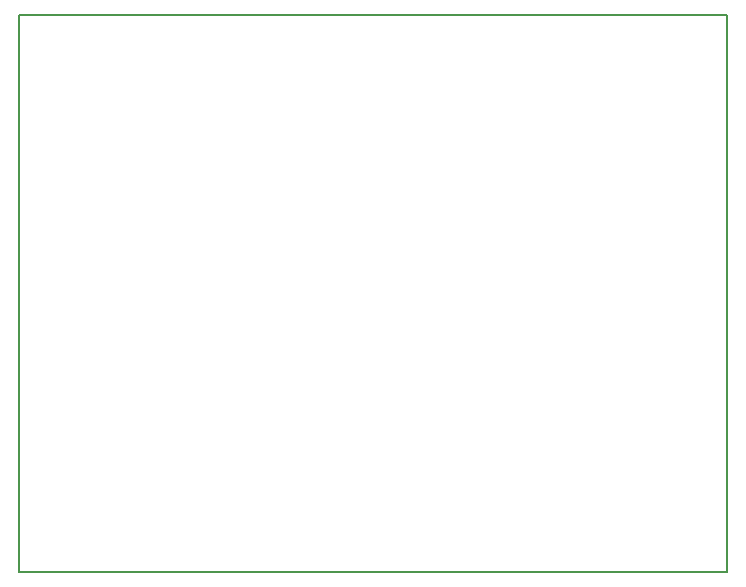
<source format=gbr>
G04 #@! TF.FileFunction,Profile,NP*
%FSLAX46Y46*%
G04 Gerber Fmt 4.6, Leading zero omitted, Abs format (unit mm)*
G04 Created by KiCad (PCBNEW 4.0.1-stable) date 23/05/2018 12:47:39*
%MOMM*%
G01*
G04 APERTURE LIST*
%ADD10C,0.100000*%
%ADD11C,0.150000*%
G04 APERTURE END LIST*
D10*
D11*
X69600000Y-69200000D02*
X69600000Y-22000000D01*
X129600000Y-69200000D02*
X69600000Y-69200000D01*
X129600000Y-22000000D02*
X129600000Y-69200000D01*
X69600000Y-22000000D02*
X129600000Y-22000000D01*
M02*

</source>
